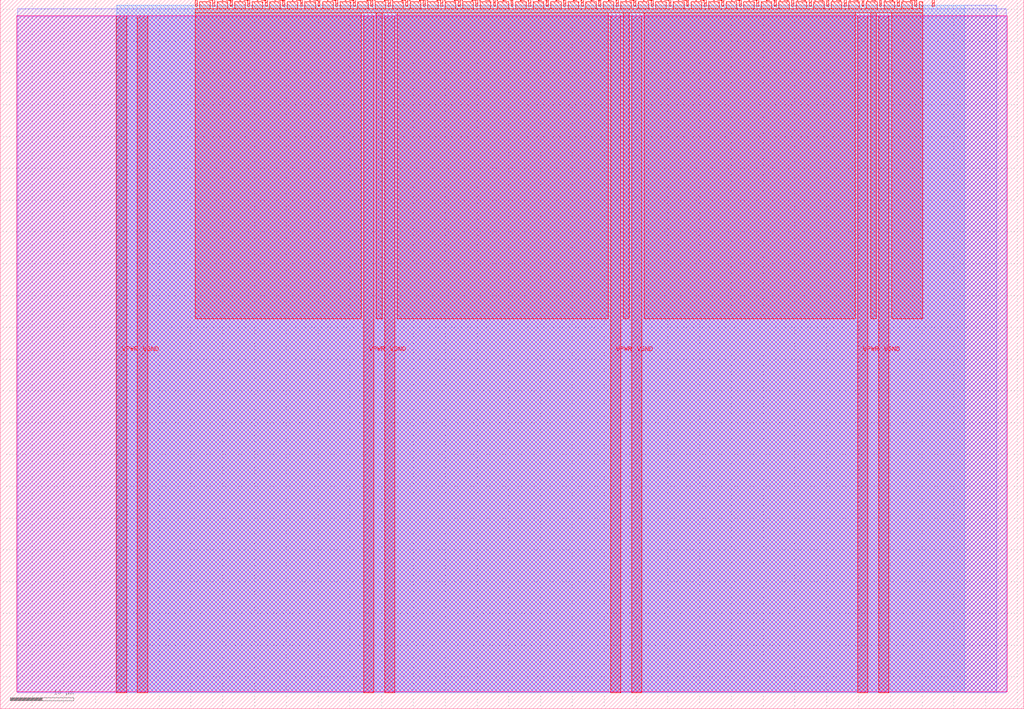
<source format=lef>
VERSION 5.7 ;
  NOWIREEXTENSIONATPIN ON ;
  DIVIDERCHAR "/" ;
  BUSBITCHARS "[]" ;
MACRO tt_um_df_top
  CLASS BLOCK ;
  FOREIGN tt_um_df_top ;
  ORIGIN 0.000 0.000 ;
  SIZE 161.000 BY 111.520 ;
  PIN VGND
    DIRECTION INOUT ;
    USE GROUND ;
    PORT
      LAYER met4 ;
        RECT 21.580 2.480 23.180 109.040 ;
    END
    PORT
      LAYER met4 ;
        RECT 60.450 2.480 62.050 109.040 ;
    END
    PORT
      LAYER met4 ;
        RECT 99.320 2.480 100.920 109.040 ;
    END
    PORT
      LAYER met4 ;
        RECT 138.190 2.480 139.790 109.040 ;
    END
  END VGND
  PIN VPWR
    DIRECTION INOUT ;
    USE POWER ;
    PORT
      LAYER met4 ;
        RECT 18.280 2.480 19.880 109.040 ;
    END
    PORT
      LAYER met4 ;
        RECT 57.150 2.480 58.750 109.040 ;
    END
    PORT
      LAYER met4 ;
        RECT 96.020 2.480 97.620 109.040 ;
    END
    PORT
      LAYER met4 ;
        RECT 134.890 2.480 136.490 109.040 ;
    END
  END VPWR
  PIN clk
    DIRECTION INPUT ;
    USE SIGNAL ;
    ANTENNAGATEAREA 0.852000 ;
    PORT
      LAYER met4 ;
        RECT 143.830 110.520 144.130 111.520 ;
    END
  END clk
  PIN ena
    DIRECTION INPUT ;
    USE SIGNAL ;
    PORT
      LAYER met4 ;
        RECT 146.590 110.520 146.890 111.520 ;
    END
  END ena
  PIN rst_n
    DIRECTION INPUT ;
    USE SIGNAL ;
    ANTENNAGATEAREA 0.126000 ;
    PORT
      LAYER met4 ;
        RECT 141.070 110.520 141.370 111.520 ;
    END
  END rst_n
  PIN ui_in[0]
    DIRECTION INPUT ;
    USE SIGNAL ;
    ANTENNAGATEAREA 0.196500 ;
    PORT
      LAYER met4 ;
        RECT 138.310 110.520 138.610 111.520 ;
    END
  END ui_in[0]
  PIN ui_in[1]
    DIRECTION INPUT ;
    USE SIGNAL ;
    ANTENNAGATEAREA 0.196500 ;
    PORT
      LAYER met4 ;
        RECT 135.550 110.520 135.850 111.520 ;
    END
  END ui_in[1]
  PIN ui_in[2]
    DIRECTION INPUT ;
    USE SIGNAL ;
    ANTENNAGATEAREA 0.196500 ;
    PORT
      LAYER met4 ;
        RECT 132.790 110.520 133.090 111.520 ;
    END
  END ui_in[2]
  PIN ui_in[3]
    DIRECTION INPUT ;
    USE SIGNAL ;
    ANTENNAGATEAREA 0.196500 ;
    PORT
      LAYER met4 ;
        RECT 130.030 110.520 130.330 111.520 ;
    END
  END ui_in[3]
  PIN ui_in[4]
    DIRECTION INPUT ;
    USE SIGNAL ;
    ANTENNAGATEAREA 0.196500 ;
    PORT
      LAYER met4 ;
        RECT 127.270 110.520 127.570 111.520 ;
    END
  END ui_in[4]
  PIN ui_in[5]
    DIRECTION INPUT ;
    USE SIGNAL ;
    ANTENNAGATEAREA 0.196500 ;
    PORT
      LAYER met4 ;
        RECT 124.510 110.520 124.810 111.520 ;
    END
  END ui_in[5]
  PIN ui_in[6]
    DIRECTION INPUT ;
    USE SIGNAL ;
    ANTENNAGATEAREA 0.196500 ;
    PORT
      LAYER met4 ;
        RECT 121.750 110.520 122.050 111.520 ;
    END
  END ui_in[6]
  PIN ui_in[7]
    DIRECTION INPUT ;
    USE SIGNAL ;
    ANTENNAGATEAREA 0.196500 ;
    PORT
      LAYER met4 ;
        RECT 118.990 110.520 119.290 111.520 ;
    END
  END ui_in[7]
  PIN uio_in[0]
    DIRECTION INPUT ;
    USE SIGNAL ;
    ANTENNAGATEAREA 0.196500 ;
    PORT
      LAYER met4 ;
        RECT 116.230 110.520 116.530 111.520 ;
    END
  END uio_in[0]
  PIN uio_in[1]
    DIRECTION INPUT ;
    USE SIGNAL ;
    ANTENNAGATEAREA 0.196500 ;
    PORT
      LAYER met4 ;
        RECT 113.470 110.520 113.770 111.520 ;
    END
  END uio_in[1]
  PIN uio_in[2]
    DIRECTION INPUT ;
    USE SIGNAL ;
    ANTENNAGATEAREA 0.196500 ;
    PORT
      LAYER met4 ;
        RECT 110.710 110.520 111.010 111.520 ;
    END
  END uio_in[2]
  PIN uio_in[3]
    DIRECTION INPUT ;
    USE SIGNAL ;
    ANTENNAGATEAREA 0.196500 ;
    PORT
      LAYER met4 ;
        RECT 107.950 110.520 108.250 111.520 ;
    END
  END uio_in[3]
  PIN uio_in[4]
    DIRECTION INPUT ;
    USE SIGNAL ;
    PORT
      LAYER met4 ;
        RECT 105.190 110.520 105.490 111.520 ;
    END
  END uio_in[4]
  PIN uio_in[5]
    DIRECTION INPUT ;
    USE SIGNAL ;
    PORT
      LAYER met4 ;
        RECT 102.430 110.520 102.730 111.520 ;
    END
  END uio_in[5]
  PIN uio_in[6]
    DIRECTION INPUT ;
    USE SIGNAL ;
    PORT
      LAYER met4 ;
        RECT 99.670 110.520 99.970 111.520 ;
    END
  END uio_in[6]
  PIN uio_in[7]
    DIRECTION INPUT ;
    USE SIGNAL ;
    PORT
      LAYER met4 ;
        RECT 96.910 110.520 97.210 111.520 ;
    END
  END uio_in[7]
  PIN uio_oe[0]
    DIRECTION OUTPUT ;
    USE SIGNAL ;
    PORT
      LAYER met4 ;
        RECT 49.990 110.520 50.290 111.520 ;
    END
  END uio_oe[0]
  PIN uio_oe[1]
    DIRECTION OUTPUT ;
    USE SIGNAL ;
    PORT
      LAYER met4 ;
        RECT 47.230 110.520 47.530 111.520 ;
    END
  END uio_oe[1]
  PIN uio_oe[2]
    DIRECTION OUTPUT ;
    USE SIGNAL ;
    PORT
      LAYER met4 ;
        RECT 44.470 110.520 44.770 111.520 ;
    END
  END uio_oe[2]
  PIN uio_oe[3]
    DIRECTION OUTPUT ;
    USE SIGNAL ;
    PORT
      LAYER met4 ;
        RECT 41.710 110.520 42.010 111.520 ;
    END
  END uio_oe[3]
  PIN uio_oe[4]
    DIRECTION OUTPUT ;
    USE SIGNAL ;
    PORT
      LAYER met4 ;
        RECT 38.950 110.520 39.250 111.520 ;
    END
  END uio_oe[4]
  PIN uio_oe[5]
    DIRECTION OUTPUT ;
    USE SIGNAL ;
    PORT
      LAYER met4 ;
        RECT 36.190 110.520 36.490 111.520 ;
    END
  END uio_oe[5]
  PIN uio_oe[6]
    DIRECTION OUTPUT ;
    USE SIGNAL ;
    PORT
      LAYER met4 ;
        RECT 33.430 110.520 33.730 111.520 ;
    END
  END uio_oe[6]
  PIN uio_oe[7]
    DIRECTION OUTPUT ;
    USE SIGNAL ;
    PORT
      LAYER met4 ;
        RECT 30.670 110.520 30.970 111.520 ;
    END
  END uio_oe[7]
  PIN uio_out[0]
    DIRECTION OUTPUT ;
    USE SIGNAL ;
    PORT
      LAYER met4 ;
        RECT 72.070 110.520 72.370 111.520 ;
    END
  END uio_out[0]
  PIN uio_out[1]
    DIRECTION OUTPUT ;
    USE SIGNAL ;
    PORT
      LAYER met4 ;
        RECT 69.310 110.520 69.610 111.520 ;
    END
  END uio_out[1]
  PIN uio_out[2]
    DIRECTION OUTPUT ;
    USE SIGNAL ;
    PORT
      LAYER met4 ;
        RECT 66.550 110.520 66.850 111.520 ;
    END
  END uio_out[2]
  PIN uio_out[3]
    DIRECTION OUTPUT ;
    USE SIGNAL ;
    PORT
      LAYER met4 ;
        RECT 63.790 110.520 64.090 111.520 ;
    END
  END uio_out[3]
  PIN uio_out[4]
    DIRECTION OUTPUT ;
    USE SIGNAL ;
    PORT
      LAYER met4 ;
        RECT 61.030 110.520 61.330 111.520 ;
    END
  END uio_out[4]
  PIN uio_out[5]
    DIRECTION OUTPUT ;
    USE SIGNAL ;
    PORT
      LAYER met4 ;
        RECT 58.270 110.520 58.570 111.520 ;
    END
  END uio_out[5]
  PIN uio_out[6]
    DIRECTION OUTPUT ;
    USE SIGNAL ;
    PORT
      LAYER met4 ;
        RECT 55.510 110.520 55.810 111.520 ;
    END
  END uio_out[6]
  PIN uio_out[7]
    DIRECTION OUTPUT ;
    USE SIGNAL ;
    PORT
      LAYER met4 ;
        RECT 52.750 110.520 53.050 111.520 ;
    END
  END uio_out[7]
  PIN uo_out[0]
    DIRECTION OUTPUT ;
    USE SIGNAL ;
    ANTENNADIFFAREA 0.891000 ;
    PORT
      LAYER met4 ;
        RECT 94.150 110.520 94.450 111.520 ;
    END
  END uo_out[0]
  PIN uo_out[1]
    DIRECTION OUTPUT ;
    USE SIGNAL ;
    ANTENNADIFFAREA 0.891000 ;
    PORT
      LAYER met4 ;
        RECT 91.390 110.520 91.690 111.520 ;
    END
  END uo_out[1]
  PIN uo_out[2]
    DIRECTION OUTPUT ;
    USE SIGNAL ;
    ANTENNADIFFAREA 0.891000 ;
    PORT
      LAYER met4 ;
        RECT 88.630 110.520 88.930 111.520 ;
    END
  END uo_out[2]
  PIN uo_out[3]
    DIRECTION OUTPUT ;
    USE SIGNAL ;
    ANTENNADIFFAREA 0.891000 ;
    PORT
      LAYER met4 ;
        RECT 85.870 110.520 86.170 111.520 ;
    END
  END uo_out[3]
  PIN uo_out[4]
    DIRECTION OUTPUT ;
    USE SIGNAL ;
    ANTENNADIFFAREA 0.891000 ;
    PORT
      LAYER met4 ;
        RECT 83.110 110.520 83.410 111.520 ;
    END
  END uo_out[4]
  PIN uo_out[5]
    DIRECTION OUTPUT ;
    USE SIGNAL ;
    ANTENNADIFFAREA 0.891000 ;
    PORT
      LAYER met4 ;
        RECT 80.350 110.520 80.650 111.520 ;
    END
  END uo_out[5]
  PIN uo_out[6]
    DIRECTION OUTPUT ;
    USE SIGNAL ;
    ANTENNADIFFAREA 0.891000 ;
    PORT
      LAYER met4 ;
        RECT 77.590 110.520 77.890 111.520 ;
    END
  END uo_out[6]
  PIN uo_out[7]
    DIRECTION OUTPUT ;
    USE SIGNAL ;
    ANTENNADIFFAREA 0.891000 ;
    PORT
      LAYER met4 ;
        RECT 74.830 110.520 75.130 111.520 ;
    END
  END uo_out[7]
  OBS
      LAYER nwell ;
        RECT 2.570 2.635 158.430 108.990 ;
      LAYER li1 ;
        RECT 2.760 2.635 158.240 108.885 ;
      LAYER met1 ;
        RECT 2.760 2.480 158.240 110.120 ;
      LAYER met2 ;
        RECT 18.310 2.535 156.760 110.685 ;
      LAYER met3 ;
        RECT 18.290 2.555 151.735 110.665 ;
      LAYER met4 ;
        RECT 31.370 110.120 33.030 111.170 ;
        RECT 34.130 110.120 35.790 111.170 ;
        RECT 36.890 110.120 38.550 111.170 ;
        RECT 39.650 110.120 41.310 111.170 ;
        RECT 42.410 110.120 44.070 111.170 ;
        RECT 45.170 110.120 46.830 111.170 ;
        RECT 47.930 110.120 49.590 111.170 ;
        RECT 50.690 110.120 52.350 111.170 ;
        RECT 53.450 110.120 55.110 111.170 ;
        RECT 56.210 110.120 57.870 111.170 ;
        RECT 58.970 110.120 60.630 111.170 ;
        RECT 61.730 110.120 63.390 111.170 ;
        RECT 64.490 110.120 66.150 111.170 ;
        RECT 67.250 110.120 68.910 111.170 ;
        RECT 70.010 110.120 71.670 111.170 ;
        RECT 72.770 110.120 74.430 111.170 ;
        RECT 75.530 110.120 77.190 111.170 ;
        RECT 78.290 110.120 79.950 111.170 ;
        RECT 81.050 110.120 82.710 111.170 ;
        RECT 83.810 110.120 85.470 111.170 ;
        RECT 86.570 110.120 88.230 111.170 ;
        RECT 89.330 110.120 90.990 111.170 ;
        RECT 92.090 110.120 93.750 111.170 ;
        RECT 94.850 110.120 96.510 111.170 ;
        RECT 97.610 110.120 99.270 111.170 ;
        RECT 100.370 110.120 102.030 111.170 ;
        RECT 103.130 110.120 104.790 111.170 ;
        RECT 105.890 110.120 107.550 111.170 ;
        RECT 108.650 110.120 110.310 111.170 ;
        RECT 111.410 110.120 113.070 111.170 ;
        RECT 114.170 110.120 115.830 111.170 ;
        RECT 116.930 110.120 118.590 111.170 ;
        RECT 119.690 110.120 121.350 111.170 ;
        RECT 122.450 110.120 124.110 111.170 ;
        RECT 125.210 110.120 126.870 111.170 ;
        RECT 127.970 110.120 129.630 111.170 ;
        RECT 130.730 110.120 132.390 111.170 ;
        RECT 133.490 110.120 135.150 111.170 ;
        RECT 136.250 110.120 137.910 111.170 ;
        RECT 139.010 110.120 140.670 111.170 ;
        RECT 141.770 110.120 143.430 111.170 ;
        RECT 144.530 110.120 145.065 111.170 ;
        RECT 30.655 109.440 145.065 110.120 ;
        RECT 30.655 61.375 56.750 109.440 ;
        RECT 59.150 61.375 60.050 109.440 ;
        RECT 62.450 61.375 95.620 109.440 ;
        RECT 98.020 61.375 98.920 109.440 ;
        RECT 101.320 61.375 134.490 109.440 ;
        RECT 136.890 61.375 137.790 109.440 ;
        RECT 140.190 61.375 145.065 109.440 ;
  END
END tt_um_df_top
END LIBRARY


</source>
